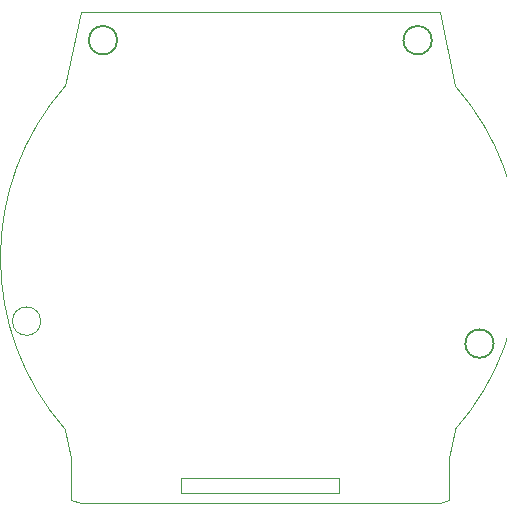
<source format=gbr>
G04 #@! TF.GenerationSoftware,KiCad,Pcbnew,5.1.4-1.fc30*
G04 #@! TF.CreationDate,2020-04-06T19:00:12+02:00*
G04 #@! TF.ProjectId,venom,76656e6f-6d2e-46b6-9963-61645f706362,rev?*
G04 #@! TF.SameCoordinates,Original*
G04 #@! TF.FileFunction,Profile,NP*
%FSLAX46Y46*%
G04 Gerber Fmt 4.6, Leading zero omitted, Abs format (unit mm)*
G04 Created by KiCad (PCBNEW 5.1.4-1.fc30) date 2020-04-06 19:00:12*
%MOMM*%
%LPD*%
G04 APERTURE LIST*
%ADD10C,0.200000*%
%ADD11C,0.050000*%
G04 APERTURE END LIST*
D10*
X147390000Y-100350000D02*
G75*
G03X147390000Y-100350000I-1200000J0D01*
G01*
X179270000Y-126040000D02*
G75*
G03X179270000Y-126040000I-1200000J0D01*
G01*
X174030000Y-100350000D02*
G75*
G03X174030000Y-100350000I-1200000J0D01*
G01*
D11*
X140920000Y-124140000D02*
G75*
G03X140920000Y-124140000I-1200000J0D01*
G01*
X175505039Y-135715628D02*
X175505039Y-139275628D01*
X176009999Y-133319999D02*
X175505039Y-135715628D01*
X175505039Y-139275628D02*
X174690000Y-139570000D01*
X143005040Y-133314371D02*
X143510000Y-135710000D01*
X143510000Y-139270000D02*
X144330000Y-139570000D01*
X143510000Y-135710000D02*
X143510000Y-139270000D01*
X152810000Y-137450000D02*
X152810000Y-138700000D01*
X166210000Y-137450000D02*
X152810000Y-137450000D01*
X166210000Y-138700000D02*
X166210000Y-137450000D01*
X152810000Y-138700000D02*
X166210000Y-138700000D01*
X144330000Y-139570000D02*
X174690000Y-139570000D01*
X144330000Y-98000000D02*
X174700000Y-98000000D01*
X176014960Y-104225629D02*
G75*
G02X176009999Y-133319999I-16504960J-14544371D01*
G01*
X143005040Y-133314371D02*
G75*
G02X143010001Y-104220001I16504960J14544371D01*
G01*
X143010001Y-104220001D02*
X144330000Y-98000000D01*
X176014960Y-104225629D02*
X174700000Y-98000000D01*
M02*

</source>
